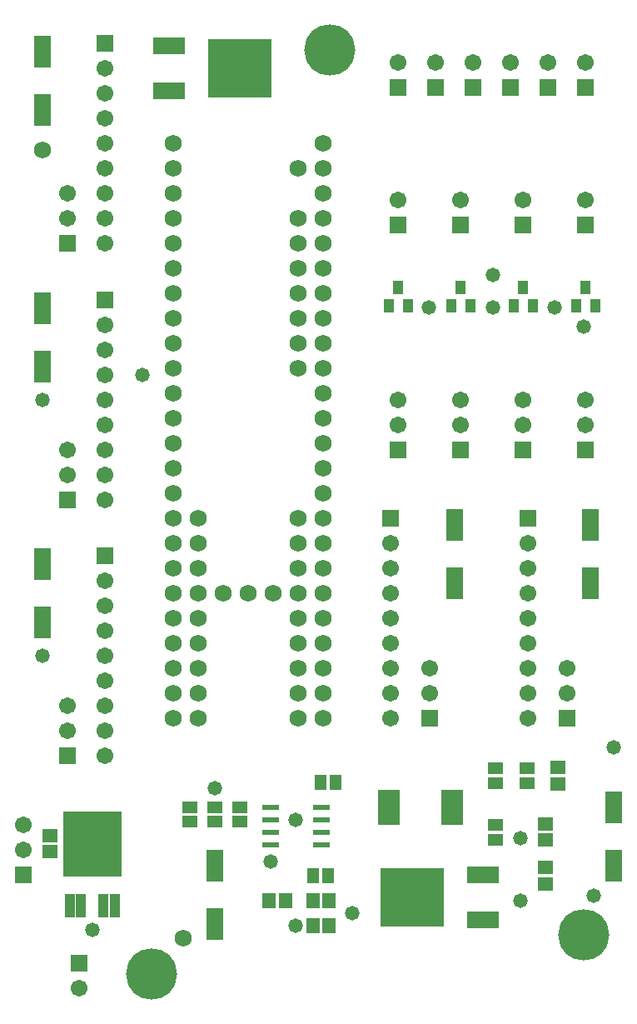
<source format=gts>
G04*
G04 #@! TF.GenerationSoftware,Altium Limited,Altium Designer,18.0.9 (584)*
G04*
G04 Layer_Color=8388736*
%FSLAX25Y25*%
%MOIN*%
G70*
G01*
G75*
%ADD15R,0.12611X0.07099*%
%ADD16R,0.25210X0.23635*%
%ADD17R,0.08753X0.14300*%
%ADD18R,0.07000X0.13000*%
%ADD19R,0.03950X0.09461*%
%ADD20R,0.23635X0.25997*%
%ADD21R,0.07000X0.02100*%
%ADD22R,0.06312X0.05131*%
%ADD23R,0.03950X0.05170*%
%ADD24R,0.06115X0.05328*%
%ADD25R,0.05131X0.06312*%
%ADD26R,0.05328X0.06115*%
%ADD27C,0.06800*%
%ADD28R,0.06706X0.06706*%
%ADD29C,0.06706*%
%ADD30C,0.20485*%
%ADD31C,0.05800*%
D15*
X345669Y481496D02*
D03*
Y463465D02*
D03*
X471500Y150000D02*
D03*
Y131968D02*
D03*
D16*
X374016Y472480D02*
D03*
X443153Y140984D02*
D03*
D17*
X433803Y177000D02*
D03*
X459000D02*
D03*
D18*
X364000Y153650D02*
D03*
Y130350D02*
D03*
X295000Y353350D02*
D03*
Y376650D02*
D03*
Y455850D02*
D03*
Y479150D02*
D03*
Y250850D02*
D03*
Y274150D02*
D03*
X514500Y266700D02*
D03*
Y290000D02*
D03*
X460000Y266700D02*
D03*
Y290000D02*
D03*
X523622Y177004D02*
D03*
Y153704D02*
D03*
D19*
X324000Y137500D02*
D03*
X319512D02*
D03*
X310535D02*
D03*
X306047D02*
D03*
D20*
X315024Y162303D02*
D03*
D21*
X386400Y177000D02*
D03*
Y172000D02*
D03*
Y167000D02*
D03*
Y162000D02*
D03*
X406600D02*
D03*
Y167000D02*
D03*
Y172000D02*
D03*
Y177000D02*
D03*
D22*
X489000Y192453D02*
D03*
Y186547D02*
D03*
X476500D02*
D03*
Y192453D02*
D03*
Y169953D02*
D03*
Y164047D02*
D03*
X374000Y177000D02*
D03*
Y171094D02*
D03*
X364000Y177000D02*
D03*
Y171094D02*
D03*
X354000Y177000D02*
D03*
Y171094D02*
D03*
D23*
X516240Y377559D02*
D03*
X508760D02*
D03*
X512500Y385000D02*
D03*
X491240Y377559D02*
D03*
X483760D02*
D03*
X487500Y385000D02*
D03*
X466240Y377559D02*
D03*
X458760D02*
D03*
X462500Y385000D02*
D03*
X441240Y377559D02*
D03*
X433760D02*
D03*
X437500Y385000D02*
D03*
D24*
X298228Y165650D02*
D03*
Y159153D02*
D03*
X501500Y186252D02*
D03*
Y192748D02*
D03*
X496500Y152748D02*
D03*
Y146252D02*
D03*
Y170248D02*
D03*
Y163752D02*
D03*
D25*
X406500Y187000D02*
D03*
X412406D02*
D03*
X403547Y149500D02*
D03*
X409453D02*
D03*
D26*
X392248Y139500D02*
D03*
X385752D02*
D03*
X409748D02*
D03*
X403252D02*
D03*
X409748Y129500D02*
D03*
X403252D02*
D03*
D27*
X347500Y312500D02*
D03*
Y322500D02*
D03*
Y332500D02*
D03*
Y342500D02*
D03*
Y352500D02*
D03*
Y362500D02*
D03*
Y372500D02*
D03*
Y382500D02*
D03*
Y392500D02*
D03*
Y402500D02*
D03*
Y412500D02*
D03*
Y422500D02*
D03*
Y432500D02*
D03*
Y442500D02*
D03*
Y302500D02*
D03*
Y292500D02*
D03*
Y282500D02*
D03*
Y272500D02*
D03*
Y262500D02*
D03*
Y252500D02*
D03*
Y242500D02*
D03*
Y232500D02*
D03*
Y222500D02*
D03*
Y212500D02*
D03*
X407500D02*
D03*
Y222500D02*
D03*
Y232500D02*
D03*
Y242500D02*
D03*
Y252500D02*
D03*
Y262500D02*
D03*
Y272500D02*
D03*
Y282500D02*
D03*
Y292500D02*
D03*
Y302500D02*
D03*
Y312500D02*
D03*
Y322500D02*
D03*
Y332500D02*
D03*
Y342500D02*
D03*
Y352500D02*
D03*
Y362500D02*
D03*
Y372500D02*
D03*
Y382500D02*
D03*
Y392500D02*
D03*
Y402500D02*
D03*
Y412500D02*
D03*
Y422500D02*
D03*
Y432500D02*
D03*
Y442500D02*
D03*
X357500Y262500D02*
D03*
X367500D02*
D03*
X377500D02*
D03*
X387500D02*
D03*
X397500D02*
D03*
X357500Y292500D02*
D03*
Y282500D02*
D03*
Y272500D02*
D03*
Y252500D02*
D03*
Y242500D02*
D03*
Y232500D02*
D03*
Y222500D02*
D03*
Y212500D02*
D03*
X397500D02*
D03*
Y222500D02*
D03*
Y232500D02*
D03*
Y242500D02*
D03*
Y252500D02*
D03*
Y272500D02*
D03*
Y282500D02*
D03*
Y292500D02*
D03*
Y352500D02*
D03*
Y362500D02*
D03*
Y372500D02*
D03*
Y382500D02*
D03*
Y392500D02*
D03*
Y402500D02*
D03*
Y412500D02*
D03*
Y432500D02*
D03*
X351500Y124500D02*
D03*
X295000Y440000D02*
D03*
D28*
X309842Y114724D02*
D03*
X434500Y292500D02*
D03*
X450000Y212500D02*
D03*
X437500Y465000D02*
D03*
X287500Y150000D02*
D03*
X489500Y292500D02*
D03*
X505000Y212500D02*
D03*
X320000Y277500D02*
D03*
X305000Y197500D02*
D03*
X320000Y380000D02*
D03*
X305000Y300000D02*
D03*
X320000Y482500D02*
D03*
X305000Y402500D02*
D03*
X512500Y320000D02*
D03*
X487500D02*
D03*
X462500D02*
D03*
X437500D02*
D03*
X512500Y410000D02*
D03*
X487500D02*
D03*
X462500D02*
D03*
X437500D02*
D03*
X512500Y465000D02*
D03*
X482500D02*
D03*
X497500D02*
D03*
X452500D02*
D03*
X467500D02*
D03*
D29*
X309842Y104724D02*
D03*
X434500Y272500D02*
D03*
Y262500D02*
D03*
Y252500D02*
D03*
Y242500D02*
D03*
Y232500D02*
D03*
Y222500D02*
D03*
Y212500D02*
D03*
Y282500D02*
D03*
X450000Y222500D02*
D03*
Y232500D02*
D03*
X437500Y475000D02*
D03*
X287500Y160000D02*
D03*
Y170000D02*
D03*
X489500Y282500D02*
D03*
Y212500D02*
D03*
Y222500D02*
D03*
Y232500D02*
D03*
Y242500D02*
D03*
Y252500D02*
D03*
Y262500D02*
D03*
Y272500D02*
D03*
X505000Y232500D02*
D03*
Y222500D02*
D03*
X320000Y267500D02*
D03*
Y197500D02*
D03*
Y207500D02*
D03*
Y217500D02*
D03*
Y227500D02*
D03*
Y237500D02*
D03*
Y247500D02*
D03*
Y257500D02*
D03*
X305000Y217500D02*
D03*
Y207500D02*
D03*
X320000Y370000D02*
D03*
Y300000D02*
D03*
Y310000D02*
D03*
Y320000D02*
D03*
Y330000D02*
D03*
Y340000D02*
D03*
Y350000D02*
D03*
Y360000D02*
D03*
X305000Y320000D02*
D03*
Y310000D02*
D03*
X320000Y472500D02*
D03*
Y402500D02*
D03*
Y412500D02*
D03*
Y422500D02*
D03*
Y432500D02*
D03*
Y442500D02*
D03*
Y452500D02*
D03*
Y462500D02*
D03*
X305000Y422500D02*
D03*
Y412500D02*
D03*
X512500Y330000D02*
D03*
Y340000D02*
D03*
X487500Y330000D02*
D03*
Y340000D02*
D03*
X462500Y330000D02*
D03*
Y340000D02*
D03*
X437500Y330000D02*
D03*
Y340000D02*
D03*
X512500Y420000D02*
D03*
X487500D02*
D03*
X462500D02*
D03*
X437500D02*
D03*
X512500Y475000D02*
D03*
X482500D02*
D03*
X497500D02*
D03*
X452500D02*
D03*
X467500D02*
D03*
D30*
X511811Y125984D02*
D03*
X410000Y480000D02*
D03*
X338583Y110236D02*
D03*
D31*
X523622Y200787D02*
D03*
X515748Y141732D02*
D03*
X475394Y376969D02*
D03*
X511811Y369094D02*
D03*
X500000Y376969D02*
D03*
X449803D02*
D03*
X475394Y389764D02*
D03*
X314961Y127953D02*
D03*
X386400Y155400D02*
D03*
X335000Y350000D02*
D03*
X396500Y129500D02*
D03*
X486500Y164500D02*
D03*
Y139500D02*
D03*
X419000Y134500D02*
D03*
X364000Y184500D02*
D03*
X396500Y172000D02*
D03*
X295000Y340000D02*
D03*
Y237500D02*
D03*
M02*

</source>
